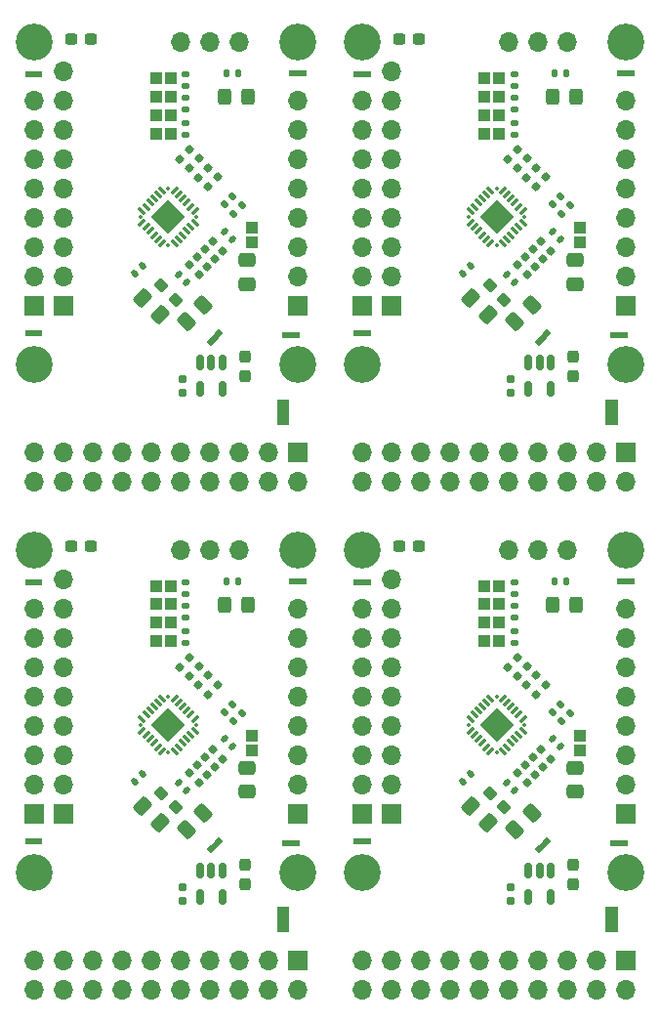
<source format=gts>
G04 #@! TF.GenerationSoftware,KiCad,Pcbnew,9.0.4*
G04 #@! TF.CreationDate,2025-08-20T18:38:41-04:00*
G04 #@! TF.ProjectId,jlc_pcba,6a6c635f-7063-4626-912e-6b696361645f,rev?*
G04 #@! TF.SameCoordinates,Original*
G04 #@! TF.FileFunction,Soldermask,Top*
G04 #@! TF.FilePolarity,Negative*
%FSLAX46Y46*%
G04 Gerber Fmt 4.6, Leading zero omitted, Abs format (unit mm)*
G04 Created by KiCad (PCBNEW 9.0.4) date 2025-08-20 18:38:41*
%MOMM*%
%LPD*%
G01*
G04 APERTURE LIST*
G04 Aperture macros list*
%AMRoundRect*
0 Rectangle with rounded corners*
0 $1 Rounding radius*
0 $2 $3 $4 $5 $6 $7 $8 $9 X,Y pos of 4 corners*
0 Add a 4 corners polygon primitive as box body*
4,1,4,$2,$3,$4,$5,$6,$7,$8,$9,$2,$3,0*
0 Add four circle primitives for the rounded corners*
1,1,$1+$1,$2,$3*
1,1,$1+$1,$4,$5*
1,1,$1+$1,$6,$7*
1,1,$1+$1,$8,$9*
0 Add four rect primitives between the rounded corners*
20,1,$1+$1,$2,$3,$4,$5,0*
20,1,$1+$1,$4,$5,$6,$7,0*
20,1,$1+$1,$6,$7,$8,$9,0*
20,1,$1+$1,$8,$9,$2,$3,0*%
%AMRotRect*
0 Rectangle, with rotation*
0 The origin of the aperture is its center*
0 $1 length*
0 $2 width*
0 $3 Rotation angle, in degrees counterclockwise*
0 Add horizontal line*
21,1,$1,$2,0,0,$3*%
G04 Aperture macros list end*
%ADD10C,0.010000*%
%ADD11C,0.000000*%
%ADD12RoundRect,0.160000X-0.026517X-0.252791X0.252791X0.026517X0.026517X0.252791X-0.252791X-0.026517X0*%
%ADD13RoundRect,0.140000X-0.219203X-0.021213X-0.021213X-0.219203X0.219203X0.021213X0.021213X0.219203X0*%
%ADD14RoundRect,0.062500X0.274004X-0.185616X-0.185616X0.274004X-0.274004X0.185616X0.185616X-0.274004X0*%
%ADD15RoundRect,0.062500X0.274004X0.185616X0.185616X0.274004X-0.274004X-0.185616X-0.185616X-0.274004X0*%
%ADD16RotRect,2.100000X2.100000X135.000000*%
%ADD17RoundRect,0.062500X0.088388X0.000000X0.000000X0.088388X-0.088388X0.000000X0.000000X-0.088388X0*%
%ADD18RoundRect,0.160000X-0.252791X0.026517X0.026517X-0.252791X0.252791X-0.026517X-0.026517X0.252791X0*%
%ADD19RoundRect,0.135000X-0.135000X-0.185000X0.135000X-0.185000X0.135000X0.185000X-0.135000X0.185000X0*%
%ADD20RoundRect,0.140000X-0.021213X0.219203X-0.219203X0.021213X0.021213X-0.219203X0.219203X-0.021213X0*%
%ADD21RoundRect,0.237500X0.380070X-0.044194X-0.044194X0.380070X-0.380070X0.044194X0.044194X-0.380070X0*%
%ADD22RoundRect,0.150000X-0.150000X0.512500X-0.150000X-0.512500X0.150000X-0.512500X0.150000X0.512500X0*%
%ADD23R,1.000000X1.000000*%
%ADD24RoundRect,0.135000X0.185000X-0.135000X0.185000X0.135000X-0.185000X0.135000X-0.185000X-0.135000X0*%
%ADD25RoundRect,0.250000X-0.475000X0.337500X-0.475000X-0.337500X0.475000X-0.337500X0.475000X0.337500X0*%
%ADD26RoundRect,0.135000X-0.185000X0.135000X-0.185000X-0.135000X0.185000X-0.135000X0.185000X0.135000X0*%
%ADD27RoundRect,0.135000X-0.035355X0.226274X-0.226274X0.035355X0.035355X-0.226274X0.226274X-0.035355X0*%
%ADD28RoundRect,0.237500X0.300000X0.237500X-0.300000X0.237500X-0.300000X-0.237500X0.300000X-0.237500X0*%
%ADD29RoundRect,0.250000X-0.574524X-0.097227X-0.097227X-0.574524X0.574524X0.097227X0.097227X0.574524X0*%
%ADD30RotRect,0.508000X0.508000X45.000000*%
%ADD31R,0.500000X0.508000*%
%ADD32R,0.508000X0.508000*%
%ADD33R,1.700000X1.700000*%
%ADD34O,1.700000X1.700000*%
%ADD35C,3.200000*%
%ADD36RoundRect,0.250000X-0.325000X-0.450000X0.325000X-0.450000X0.325000X0.450000X-0.325000X0.450000X0*%
%ADD37RoundRect,0.160000X-0.160000X0.197500X-0.160000X-0.197500X0.160000X-0.197500X0.160000X0.197500X0*%
%ADD38RoundRect,0.237500X0.237500X-0.300000X0.237500X0.300000X-0.237500X0.300000X-0.237500X-0.300000X0*%
%ADD39RoundRect,0.135000X0.035355X-0.226274X0.226274X-0.035355X-0.035355X0.226274X-0.226274X0.035355X0*%
%ADD40RoundRect,0.250000X-0.097227X0.574524X-0.574524X0.097227X0.097227X-0.574524X0.574524X-0.097227X0*%
G04 APERTURE END LIST*
G04 #@! TO.C,5V108*
D10*
X60085000Y-83872500D02*
X59085000Y-83872500D01*
X59085000Y-85982500D01*
X60085000Y-85982500D01*
X60085000Y-83872500D01*
G36*
X60085000Y-83872500D02*
G01*
X59085000Y-83872500D01*
X59085000Y-85982500D01*
X60085000Y-85982500D01*
X60085000Y-83872500D01*
G37*
D11*
G04 #@! TO.C,DOUT108*
G36*
X25578553Y-78538157D02*
G01*
X25230657Y-78886053D01*
X24871447Y-78526843D01*
X25219343Y-78178947D01*
X25578553Y-78538157D01*
G37*
G04 #@! TO.C,G118*
G36*
X61139000Y-55886500D02*
G01*
X60639000Y-55886500D01*
X60639000Y-55378500D01*
X61139000Y-55378500D01*
X61139000Y-55886500D01*
G37*
G04 #@! TO.C,E109*
G36*
X9779000Y-11986500D02*
G01*
X9279000Y-11986500D01*
X9279000Y-11478500D01*
X9779000Y-11478500D01*
X9779000Y-11986500D01*
G37*
G04 #@! TO.C,G117*
G36*
X32079000Y-34586500D02*
G01*
X31579000Y-34586500D01*
X31579000Y-34078500D01*
X32079000Y-34078500D01*
X32079000Y-34586500D01*
G37*
G04 #@! TO.C,DOUT108*
G36*
X54038553Y-34538157D02*
G01*
X53690657Y-34886053D01*
X53331447Y-34526843D01*
X53679343Y-34178947D01*
X54038553Y-34538157D01*
G37*
G36*
X54038553Y-78538157D02*
G01*
X53690657Y-78886053D01*
X53331447Y-78526843D01*
X53679343Y-78178947D01*
X54038553Y-78538157D01*
G37*
G04 #@! TO.C,5V108*
D10*
X31625000Y-39872500D02*
X30625000Y-39872500D01*
X30625000Y-41982500D01*
X31625000Y-41982500D01*
X31625000Y-39872500D01*
G36*
X31625000Y-39872500D02*
G01*
X30625000Y-39872500D01*
X30625000Y-41982500D01*
X31625000Y-41982500D01*
X31625000Y-39872500D01*
G37*
X60085000Y-39872500D02*
X59085000Y-39872500D01*
X59085000Y-41982500D01*
X60085000Y-41982500D01*
X60085000Y-39872500D01*
G36*
X60085000Y-39872500D02*
G01*
X59085000Y-39872500D01*
X59085000Y-41982500D01*
X60085000Y-41982500D01*
X60085000Y-39872500D01*
G37*
G04 #@! TO.C,G118*
G36*
X32679000Y-55886500D02*
G01*
X32179000Y-55886500D01*
X32179000Y-55378500D01*
X32679000Y-55378500D01*
X32679000Y-55886500D01*
G37*
G04 #@! TO.C,E108*
G36*
X38239000Y-78386500D02*
G01*
X37739000Y-78386500D01*
X37739000Y-77878500D01*
X38239000Y-77878500D01*
X38239000Y-78386500D01*
G37*
G36*
X9779000Y-34386500D02*
G01*
X9279000Y-34386500D01*
X9279000Y-33878500D01*
X9779000Y-33878500D01*
X9779000Y-34386500D01*
G37*
D11*
G04 #@! TO.C,DOUT108*
G36*
X25578553Y-34538157D02*
G01*
X25230657Y-34886053D01*
X24871447Y-34526843D01*
X25219343Y-34178947D01*
X25578553Y-34538157D01*
G37*
G04 #@! TO.C,E109*
G36*
X38239000Y-55986500D02*
G01*
X37739000Y-55986500D01*
X37739000Y-55478500D01*
X38239000Y-55478500D01*
X38239000Y-55986500D01*
G37*
G04 #@! TO.C,E108*
G36*
X38239000Y-34386500D02*
G01*
X37739000Y-34386500D01*
X37739000Y-33878500D01*
X38239000Y-33878500D01*
X38239000Y-34386500D01*
G37*
G04 #@! TO.C,G118*
G36*
X61139000Y-11886500D02*
G01*
X60639000Y-11886500D01*
X60639000Y-11378500D01*
X61139000Y-11378500D01*
X61139000Y-11886500D01*
G37*
G04 #@! TO.C,E109*
G36*
X38239000Y-11986500D02*
G01*
X37739000Y-11986500D01*
X37739000Y-11478500D01*
X38239000Y-11478500D01*
X38239000Y-11986500D01*
G37*
G04 #@! TO.C,G117*
G36*
X60539000Y-78586500D02*
G01*
X60039000Y-78586500D01*
X60039000Y-78078500D01*
X60539000Y-78078500D01*
X60539000Y-78586500D01*
G37*
G04 #@! TO.C,5V108*
D10*
X31625000Y-83872500D02*
X30625000Y-83872500D01*
X30625000Y-85982500D01*
X31625000Y-85982500D01*
X31625000Y-83872500D01*
G36*
X31625000Y-83872500D02*
G01*
X30625000Y-83872500D01*
X30625000Y-85982500D01*
X31625000Y-85982500D01*
X31625000Y-83872500D01*
G37*
G04 #@! TO.C,G117*
G36*
X60539000Y-34586500D02*
G01*
X60039000Y-34586500D01*
X60039000Y-34078500D01*
X60539000Y-34078500D01*
X60539000Y-34586500D01*
G37*
G04 #@! TO.C,E109*
G36*
X9779000Y-55986500D02*
G01*
X9279000Y-55986500D01*
X9279000Y-55478500D01*
X9779000Y-55478500D01*
X9779000Y-55986500D01*
G37*
G04 #@! TO.C,G117*
G36*
X32079000Y-78586500D02*
G01*
X31579000Y-78586500D01*
X31579000Y-78078500D01*
X32079000Y-78078500D01*
X32079000Y-78586500D01*
G37*
G04 #@! TO.C,E108*
G36*
X9779000Y-78386500D02*
G01*
X9279000Y-78386500D01*
X9279000Y-77878500D01*
X9779000Y-77878500D01*
X9779000Y-78386500D01*
G37*
G04 #@! TO.C,G118*
G36*
X32679000Y-11886500D02*
G01*
X32179000Y-11886500D01*
X32179000Y-11378500D01*
X32679000Y-11378500D01*
X32679000Y-11886500D01*
G37*
G04 #@! TD*
D12*
G04 #@! TO.C,R110*
X23047496Y-18210004D03*
X22202504Y-19054996D03*
G04 #@! TD*
D13*
G04 #@! TO.C,C116*
X22085589Y-73093089D03*
X22764411Y-73771911D03*
G04 #@! TD*
D14*
G04 #@! TO.C,TAC5212*
X50192005Y-70352725D03*
X50545559Y-69999172D03*
X50899112Y-69645618D03*
X51252665Y-69292065D03*
X51606219Y-68938512D03*
X51959772Y-68584958D03*
D15*
X51959772Y-67541976D03*
X51606219Y-67188422D03*
X51252665Y-66834869D03*
X50899112Y-66481316D03*
X50545559Y-66127762D03*
X50192005Y-65774209D03*
D14*
X49149023Y-65774209D03*
X48795469Y-66127762D03*
X48441916Y-66481316D03*
X48088363Y-66834869D03*
X47734809Y-67188422D03*
X47381256Y-67541976D03*
D15*
X47381256Y-68584958D03*
X47734809Y-68938512D03*
X48088363Y-69292065D03*
X48441916Y-69645618D03*
X48795469Y-69999172D03*
X49149023Y-70352725D03*
D16*
X49670514Y-68063467D03*
D17*
X49670514Y-70495914D03*
X52102961Y-68063467D03*
X49670514Y-65631020D03*
X47238067Y-68063467D03*
G04 #@! TD*
D18*
G04 #@! TO.C,R117*
X53665455Y-27715414D03*
X52820463Y-26870422D03*
G04 #@! TD*
D19*
G04 #@! TO.C,R126*
X26215000Y-55632500D03*
X27235000Y-55632500D03*
G04 #@! TD*
D12*
G04 #@! TO.C,R113*
X24647496Y-19810004D03*
X23802504Y-20654996D03*
G04 #@! TD*
D20*
G04 #@! TO.C,C109*
X47424411Y-72293089D03*
X46745589Y-72971911D03*
G04 #@! TD*
D21*
G04 #@! TO.C,C119*
X21834880Y-75242380D03*
X20615120Y-74022620D03*
G04 #@! TD*
D13*
G04 #@! TO.C,C112*
X54545589Y-69293089D03*
X55224411Y-69971911D03*
G04 #@! TD*
D12*
G04 #@! TO.C,R114*
X53907496Y-64610004D03*
X53062504Y-65454996D03*
G04 #@! TD*
D22*
G04 #@! TO.C,U108*
X54335000Y-36695000D03*
X53385000Y-36695000D03*
X52435000Y-36695000D03*
X52435000Y-38970000D03*
X54335000Y-38970000D03*
G04 #@! TD*
D23*
G04 #@! TO.C,ADD112*
X49885000Y-15232500D03*
X48585000Y-15232500D03*
G04 #@! TD*
D18*
G04 #@! TO.C,R119*
X52321952Y-29058917D03*
X51476960Y-28213925D03*
G04 #@! TD*
D23*
G04 #@! TO.C,ADD111*
X21425000Y-56032500D03*
X20125000Y-56032500D03*
G04 #@! TD*
D12*
G04 #@! TO.C,R110*
X51507496Y-62210004D03*
X50662504Y-63054996D03*
G04 #@! TD*
G04 #@! TO.C,R114*
X53907496Y-20610004D03*
X53062504Y-21454996D03*
G04 #@! TD*
G04 #@! TO.C,R112*
X23847496Y-63010004D03*
X23002504Y-63854996D03*
G04 #@! TD*
D18*
G04 #@! TO.C,R115*
X52993704Y-72387166D03*
X52148712Y-71542174D03*
G04 #@! TD*
D24*
G04 #@! TO.C,R123*
X51185000Y-12742500D03*
X51185000Y-11722500D03*
G04 #@! TD*
D12*
G04 #@! TO.C,R112*
X52307496Y-19010004D03*
X51462504Y-19854996D03*
G04 #@! TD*
D25*
G04 #@! TO.C,C111*
X56485000Y-71795000D03*
X56485000Y-73870000D03*
G04 #@! TD*
D23*
G04 #@! TO.C,ADD111*
X21425000Y-12032500D03*
X20125000Y-12032500D03*
G04 #@! TD*
D26*
G04 #@! TO.C,R124*
X51185000Y-15922500D03*
X51185000Y-16942500D03*
G04 #@! TD*
D21*
G04 #@! TO.C,C119*
X50294880Y-31242380D03*
X49075120Y-30022620D03*
G04 #@! TD*
D23*
G04 #@! TO.C,ADD111*
X49885000Y-12032500D03*
X48585000Y-12032500D03*
G04 #@! TD*
D18*
G04 #@! TO.C,R118*
X25877207Y-71043663D03*
X25032215Y-70198671D03*
G04 #@! TD*
D25*
G04 #@! TO.C,C111*
X56485000Y-27795000D03*
X56485000Y-29870000D03*
G04 #@! TD*
D27*
G04 #@! TO.C,R120*
X26785624Y-66271876D03*
X26064376Y-66993124D03*
G04 #@! TD*
D28*
G04 #@! TO.C,C118*
X42947500Y-8632500D03*
X41222500Y-8632500D03*
G04 #@! TD*
D27*
G04 #@! TO.C,R120*
X55245624Y-66271876D03*
X54524376Y-66993124D03*
G04 #@! TD*
D29*
G04 #@! TO.C,C108*
X47451377Y-31098877D03*
X48918623Y-32566123D03*
G04 #@! TD*
D28*
G04 #@! TO.C,C118*
X14487500Y-8632500D03*
X12762500Y-8632500D03*
G04 #@! TD*
D30*
G04 #@! TO.C,DOUT108*
X25578553Y-78178947D03*
X24871447Y-78886053D03*
G04 #@! TD*
D23*
G04 #@! TO.C,ADD112*
X21425000Y-59232500D03*
X20125000Y-59232500D03*
G04 #@! TD*
D31*
G04 #@! TO.C,G118*
X61389000Y-55632500D03*
D32*
X60385000Y-55632500D03*
G04 #@! TD*
D23*
G04 #@! TO.C,ADD108*
X49885000Y-16832500D03*
X48585000Y-16832500D03*
G04 #@! TD*
G04 #@! TO.C,ADD110*
X21425000Y-13632500D03*
X20125000Y-13632500D03*
G04 #@! TD*
D29*
G04 #@! TO.C,C108*
X18991377Y-75098877D03*
X20458623Y-76566123D03*
G04 #@! TD*
D33*
G04 #@! TO.C,board_outline108*
X32425000Y-44495000D03*
D34*
X32425000Y-47035000D03*
X29885000Y-44495000D03*
X29885000Y-47035000D03*
X27345000Y-44495000D03*
X27345000Y-47035000D03*
X24805000Y-44495000D03*
X24805000Y-47035000D03*
X22265000Y-44495000D03*
X22265000Y-47035000D03*
X19725000Y-44495000D03*
X19725000Y-47035000D03*
X17185000Y-44495000D03*
X17185000Y-47035000D03*
X14645000Y-44495000D03*
X14645000Y-47035000D03*
X12105000Y-44495000D03*
X12105000Y-47035000D03*
X9565000Y-44495000D03*
X9565000Y-47035000D03*
D33*
X12110000Y-31785000D03*
X9570000Y-31785000D03*
D34*
X12110000Y-29245000D03*
X9570000Y-29245000D03*
X12110000Y-26705000D03*
X9570000Y-26705000D03*
X12110000Y-24165000D03*
X9570000Y-24165000D03*
X12110000Y-21625000D03*
X9570000Y-21625000D03*
X12110000Y-19085000D03*
X9570000Y-19085000D03*
X12110000Y-16545000D03*
X9570000Y-16545000D03*
X12110000Y-14005000D03*
X9570000Y-14005000D03*
D33*
X32430000Y-31785000D03*
D34*
X32430000Y-29245000D03*
X32430000Y-26705000D03*
X32430000Y-24165000D03*
X32430000Y-21625000D03*
X32430000Y-19085000D03*
X32430000Y-16545000D03*
X32430000Y-14005000D03*
X27350000Y-8940000D03*
X24810000Y-8940000D03*
X22270000Y-8940000D03*
X12110000Y-11480000D03*
D35*
X9570000Y-36880000D03*
X9570000Y-8940000D03*
X32430000Y-36880000D03*
X32430000Y-8940000D03*
G04 #@! TD*
D23*
G04 #@! TO.C,PU_EN108*
X56885000Y-70282500D03*
X56885000Y-68982500D03*
G04 #@! TD*
D36*
G04 #@! TO.C,D116*
X26075000Y-57657500D03*
X28125000Y-57657500D03*
G04 #@! TD*
D19*
G04 #@! TO.C,R126*
X54675000Y-11632500D03*
X55695000Y-11632500D03*
G04 #@! TD*
D29*
G04 #@! TO.C,C108*
X18991377Y-31098877D03*
X20458623Y-32566123D03*
G04 #@! TD*
D18*
G04 #@! TO.C,R118*
X54337207Y-27043663D03*
X53492215Y-26198671D03*
G04 #@! TD*
D24*
G04 #@! TO.C,R123*
X51185000Y-56742500D03*
X51185000Y-55722500D03*
G04 #@! TD*
D18*
G04 #@! TO.C,R118*
X25877207Y-27043663D03*
X25032215Y-26198671D03*
G04 #@! TD*
D37*
G04 #@! TO.C,R125*
X50885000Y-83330000D03*
X50885000Y-82135000D03*
G04 #@! TD*
D18*
G04 #@! TO.C,R115*
X24533704Y-72387166D03*
X23688712Y-71542174D03*
G04 #@! TD*
D23*
G04 #@! TO.C,ADD108*
X21425000Y-16832500D03*
X20125000Y-16832500D03*
G04 #@! TD*
D38*
G04 #@! TO.C,C128*
X27825000Y-81895000D03*
X27825000Y-80170000D03*
G04 #@! TD*
D19*
G04 #@! TO.C,R126*
X26215000Y-11632500D03*
X27235000Y-11632500D03*
G04 #@! TD*
D24*
G04 #@! TO.C,R123*
X22725000Y-56742500D03*
X22725000Y-55722500D03*
G04 #@! TD*
D27*
G04 #@! TO.C,R120*
X55245624Y-22271876D03*
X54524376Y-22993124D03*
G04 #@! TD*
D39*
G04 #@! TO.C,R121*
X55324376Y-23793124D03*
X56045624Y-23071876D03*
G04 #@! TD*
D20*
G04 #@! TO.C,C109*
X18964411Y-28293089D03*
X18285589Y-28971911D03*
G04 #@! TD*
D28*
G04 #@! TO.C,C118*
X14487500Y-52632500D03*
X12762500Y-52632500D03*
G04 #@! TD*
D12*
G04 #@! TO.C,R114*
X25447496Y-20610004D03*
X24602504Y-21454996D03*
G04 #@! TD*
D38*
G04 #@! TO.C,C128*
X27825000Y-37895000D03*
X27825000Y-36170000D03*
G04 #@! TD*
D19*
G04 #@! TO.C,R126*
X54675000Y-55632500D03*
X55695000Y-55632500D03*
G04 #@! TD*
D31*
G04 #@! TO.C,E109*
X10029000Y-11732500D03*
D32*
X9025000Y-11732500D03*
G04 #@! TD*
D38*
G04 #@! TO.C,C128*
X56285000Y-81895000D03*
X56285000Y-80170000D03*
G04 #@! TD*
D23*
G04 #@! TO.C,ADD112*
X21425000Y-15232500D03*
X20125000Y-15232500D03*
G04 #@! TD*
D18*
G04 #@! TO.C,R119*
X52321952Y-73058917D03*
X51476960Y-72213925D03*
G04 #@! TD*
G04 #@! TO.C,R117*
X25205455Y-71715414D03*
X24360463Y-70870422D03*
G04 #@! TD*
D13*
G04 #@! TO.C,C116*
X22085589Y-29093089D03*
X22764411Y-29771911D03*
G04 #@! TD*
D37*
G04 #@! TO.C,R125*
X22425000Y-39330000D03*
X22425000Y-38135000D03*
G04 #@! TD*
D38*
G04 #@! TO.C,C128*
X56285000Y-37895000D03*
X56285000Y-36170000D03*
G04 #@! TD*
D13*
G04 #@! TO.C,C116*
X50545589Y-73093089D03*
X51224411Y-73771911D03*
G04 #@! TD*
D23*
G04 #@! TO.C,ADD110*
X49885000Y-57632500D03*
X48585000Y-57632500D03*
G04 #@! TD*
D31*
G04 #@! TO.C,G117*
X32329000Y-34332500D03*
D32*
X31325000Y-34332500D03*
G04 #@! TD*
D26*
G04 #@! TO.C,R124*
X22725000Y-15922500D03*
X22725000Y-16942500D03*
G04 #@! TD*
D14*
G04 #@! TO.C,TAC5212*
X50192005Y-26352725D03*
X50545559Y-25999172D03*
X50899112Y-25645618D03*
X51252665Y-25292065D03*
X51606219Y-24938512D03*
X51959772Y-24584958D03*
D15*
X51959772Y-23541976D03*
X51606219Y-23188422D03*
X51252665Y-22834869D03*
X50899112Y-22481316D03*
X50545559Y-22127762D03*
X50192005Y-21774209D03*
D14*
X49149023Y-21774209D03*
X48795469Y-22127762D03*
X48441916Y-22481316D03*
X48088363Y-22834869D03*
X47734809Y-23188422D03*
X47381256Y-23541976D03*
D15*
X47381256Y-24584958D03*
X47734809Y-24938512D03*
X48088363Y-25292065D03*
X48441916Y-25645618D03*
X48795469Y-25999172D03*
X49149023Y-26352725D03*
D16*
X49670514Y-24063467D03*
D17*
X49670514Y-26495914D03*
X52102961Y-24063467D03*
X49670514Y-21631020D03*
X47238067Y-24063467D03*
G04 #@! TD*
D20*
G04 #@! TO.C,C109*
X18964411Y-72293089D03*
X18285589Y-72971911D03*
G04 #@! TD*
D18*
G04 #@! TO.C,R118*
X54337207Y-71043663D03*
X53492215Y-70198671D03*
G04 #@! TD*
D36*
G04 #@! TO.C,D116*
X26075000Y-13657500D03*
X28125000Y-13657500D03*
G04 #@! TD*
D12*
G04 #@! TO.C,R110*
X23047496Y-62210004D03*
X22202504Y-63054996D03*
G04 #@! TD*
D21*
G04 #@! TO.C,C119*
X21834880Y-31242380D03*
X20615120Y-30022620D03*
G04 #@! TD*
D13*
G04 #@! TO.C,C112*
X26085589Y-25293089D03*
X26764411Y-25971911D03*
G04 #@! TD*
D26*
G04 #@! TO.C,R124*
X22725000Y-59922500D03*
X22725000Y-60942500D03*
G04 #@! TD*
D30*
G04 #@! TO.C,DOUT108*
X54038553Y-34178947D03*
X53331447Y-34886053D03*
G04 #@! TD*
D37*
G04 #@! TO.C,R125*
X50885000Y-39330000D03*
X50885000Y-38135000D03*
G04 #@! TD*
D18*
G04 #@! TO.C,R117*
X53665455Y-71715414D03*
X52820463Y-70870422D03*
G04 #@! TD*
D37*
G04 #@! TO.C,R125*
X22425000Y-83330000D03*
X22425000Y-82135000D03*
G04 #@! TD*
D30*
G04 #@! TO.C,DOUT108*
X54038553Y-78178947D03*
X53331447Y-78886053D03*
G04 #@! TD*
D12*
G04 #@! TO.C,R113*
X53107496Y-63810004D03*
X52262504Y-64654996D03*
G04 #@! TD*
D22*
G04 #@! TO.C,U108*
X25875000Y-36695000D03*
X24925000Y-36695000D03*
X23975000Y-36695000D03*
X23975000Y-38970000D03*
X25875000Y-38970000D03*
G04 #@! TD*
D39*
G04 #@! TO.C,R121*
X26864376Y-67793124D03*
X27585624Y-67071876D03*
G04 #@! TD*
D36*
G04 #@! TO.C,D116*
X54535000Y-57657500D03*
X56585000Y-57657500D03*
G04 #@! TD*
D14*
G04 #@! TO.C,TAC5212*
X21732005Y-26352725D03*
X22085559Y-25999172D03*
X22439112Y-25645618D03*
X22792665Y-25292065D03*
X23146219Y-24938512D03*
X23499772Y-24584958D03*
D15*
X23499772Y-23541976D03*
X23146219Y-23188422D03*
X22792665Y-22834869D03*
X22439112Y-22481316D03*
X22085559Y-22127762D03*
X21732005Y-21774209D03*
D14*
X20689023Y-21774209D03*
X20335469Y-22127762D03*
X19981916Y-22481316D03*
X19628363Y-22834869D03*
X19274809Y-23188422D03*
X18921256Y-23541976D03*
D15*
X18921256Y-24584958D03*
X19274809Y-24938512D03*
X19628363Y-25292065D03*
X19981916Y-25645618D03*
X20335469Y-25999172D03*
X20689023Y-26352725D03*
D16*
X21210514Y-24063467D03*
D17*
X21210514Y-26495914D03*
X23642961Y-24063467D03*
X21210514Y-21631020D03*
X18778067Y-24063467D03*
G04 #@! TD*
D12*
G04 #@! TO.C,R112*
X23847496Y-19010004D03*
X23002504Y-19854996D03*
G04 #@! TD*
D36*
G04 #@! TO.C,D116*
X54535000Y-13657500D03*
X56585000Y-13657500D03*
G04 #@! TD*
D12*
G04 #@! TO.C,R113*
X24647496Y-63810004D03*
X23802504Y-64654996D03*
G04 #@! TD*
D28*
G04 #@! TO.C,C118*
X42947500Y-52632500D03*
X41222500Y-52632500D03*
G04 #@! TD*
D26*
G04 #@! TO.C,R122*
X22725000Y-57722500D03*
X22725000Y-58742500D03*
G04 #@! TD*
D18*
G04 #@! TO.C,R119*
X23861952Y-73058917D03*
X23016960Y-72213925D03*
G04 #@! TD*
D33*
G04 #@! TO.C,board_outline108*
X60885000Y-88495000D03*
D34*
X60885000Y-91035000D03*
X58345000Y-88495000D03*
X58345000Y-91035000D03*
X55805000Y-88495000D03*
X55805000Y-91035000D03*
X53265000Y-88495000D03*
X53265000Y-91035000D03*
X50725000Y-88495000D03*
X50725000Y-91035000D03*
X48185000Y-88495000D03*
X48185000Y-91035000D03*
X45645000Y-88495000D03*
X45645000Y-91035000D03*
X43105000Y-88495000D03*
X43105000Y-91035000D03*
X40565000Y-88495000D03*
X40565000Y-91035000D03*
X38025000Y-88495000D03*
X38025000Y-91035000D03*
D33*
X40570000Y-75785000D03*
X38030000Y-75785000D03*
D34*
X40570000Y-73245000D03*
X38030000Y-73245000D03*
X40570000Y-70705000D03*
X38030000Y-70705000D03*
X40570000Y-68165000D03*
X38030000Y-68165000D03*
X40570000Y-65625000D03*
X38030000Y-65625000D03*
X40570000Y-63085000D03*
X38030000Y-63085000D03*
X40570000Y-60545000D03*
X38030000Y-60545000D03*
X40570000Y-58005000D03*
X38030000Y-58005000D03*
D33*
X60890000Y-75785000D03*
D34*
X60890000Y-73245000D03*
X60890000Y-70705000D03*
X60890000Y-68165000D03*
X60890000Y-65625000D03*
X60890000Y-63085000D03*
X60890000Y-60545000D03*
X60890000Y-58005000D03*
X55810000Y-52940000D03*
X53270000Y-52940000D03*
X50730000Y-52940000D03*
X40570000Y-55480000D03*
D35*
X38030000Y-80880000D03*
X38030000Y-52940000D03*
X60890000Y-80880000D03*
X60890000Y-52940000D03*
G04 #@! TD*
D24*
G04 #@! TO.C,R123*
X22725000Y-12742500D03*
X22725000Y-11722500D03*
G04 #@! TD*
D31*
G04 #@! TO.C,G118*
X32929000Y-55632500D03*
D32*
X31925000Y-55632500D03*
G04 #@! TD*
D23*
G04 #@! TO.C,ADD108*
X49885000Y-60832500D03*
X48585000Y-60832500D03*
G04 #@! TD*
D12*
G04 #@! TO.C,R110*
X51507496Y-18210004D03*
X50662504Y-19054996D03*
G04 #@! TD*
D26*
G04 #@! TO.C,R122*
X51185000Y-57722500D03*
X51185000Y-58742500D03*
G04 #@! TD*
D31*
G04 #@! TO.C,E108*
X38489000Y-78132500D03*
D32*
X37485000Y-78132500D03*
G04 #@! TD*
D18*
G04 #@! TO.C,R117*
X25205455Y-27715414D03*
X24360463Y-26870422D03*
G04 #@! TD*
D39*
G04 #@! TO.C,R121*
X26864376Y-23793124D03*
X27585624Y-23071876D03*
G04 #@! TD*
D26*
G04 #@! TO.C,R122*
X51185000Y-13722500D03*
X51185000Y-14742500D03*
G04 #@! TD*
D23*
G04 #@! TO.C,ADD112*
X49885000Y-59232500D03*
X48585000Y-59232500D03*
G04 #@! TD*
D12*
G04 #@! TO.C,R114*
X25447496Y-64610004D03*
X24602504Y-65454996D03*
G04 #@! TD*
D31*
G04 #@! TO.C,E108*
X10029000Y-34132500D03*
D32*
X9025000Y-34132500D03*
G04 #@! TD*
D30*
G04 #@! TO.C,DOUT108*
X25578553Y-34178947D03*
X24871447Y-34886053D03*
G04 #@! TD*
D31*
G04 #@! TO.C,E109*
X38489000Y-55732500D03*
D32*
X37485000Y-55732500D03*
G04 #@! TD*
D12*
G04 #@! TO.C,R112*
X52307496Y-63010004D03*
X51462504Y-63854996D03*
G04 #@! TD*
D29*
G04 #@! TO.C,C108*
X47451377Y-75098877D03*
X48918623Y-76566123D03*
G04 #@! TD*
D33*
G04 #@! TO.C,board_outline108*
X60885000Y-44495000D03*
D34*
X60885000Y-47035000D03*
X58345000Y-44495000D03*
X58345000Y-47035000D03*
X55805000Y-44495000D03*
X55805000Y-47035000D03*
X53265000Y-44495000D03*
X53265000Y-47035000D03*
X50725000Y-44495000D03*
X50725000Y-47035000D03*
X48185000Y-44495000D03*
X48185000Y-47035000D03*
X45645000Y-44495000D03*
X45645000Y-47035000D03*
X43105000Y-44495000D03*
X43105000Y-47035000D03*
X40565000Y-44495000D03*
X40565000Y-47035000D03*
X38025000Y-44495000D03*
X38025000Y-47035000D03*
D33*
X40570000Y-31785000D03*
X38030000Y-31785000D03*
D34*
X40570000Y-29245000D03*
X38030000Y-29245000D03*
X40570000Y-26705000D03*
X38030000Y-26705000D03*
X40570000Y-24165000D03*
X38030000Y-24165000D03*
X40570000Y-21625000D03*
X38030000Y-21625000D03*
X40570000Y-19085000D03*
X38030000Y-19085000D03*
X40570000Y-16545000D03*
X38030000Y-16545000D03*
X40570000Y-14005000D03*
X38030000Y-14005000D03*
D33*
X60890000Y-31785000D03*
D34*
X60890000Y-29245000D03*
X60890000Y-26705000D03*
X60890000Y-24165000D03*
X60890000Y-21625000D03*
X60890000Y-19085000D03*
X60890000Y-16545000D03*
X60890000Y-14005000D03*
X55810000Y-8940000D03*
X53270000Y-8940000D03*
X50730000Y-8940000D03*
X40570000Y-11480000D03*
D35*
X38030000Y-36880000D03*
X38030000Y-8940000D03*
X60890000Y-36880000D03*
X60890000Y-8940000D03*
G04 #@! TD*
D40*
G04 #@! TO.C,C115*
X24258623Y-31698877D03*
X22791377Y-33166123D03*
G04 #@! TD*
D25*
G04 #@! TO.C,C111*
X28025000Y-71795000D03*
X28025000Y-73870000D03*
G04 #@! TD*
D40*
G04 #@! TO.C,C115*
X24258623Y-75698877D03*
X22791377Y-77166123D03*
G04 #@! TD*
D18*
G04 #@! TO.C,R115*
X52993704Y-28387166D03*
X52148712Y-27542174D03*
G04 #@! TD*
D23*
G04 #@! TO.C,ADD111*
X49885000Y-56032500D03*
X48585000Y-56032500D03*
G04 #@! TD*
D40*
G04 #@! TO.C,C115*
X52718623Y-75698877D03*
X51251377Y-77166123D03*
G04 #@! TD*
D22*
G04 #@! TO.C,U108*
X54335000Y-80695000D03*
X53385000Y-80695000D03*
X52435000Y-80695000D03*
X52435000Y-82970000D03*
X54335000Y-82970000D03*
G04 #@! TD*
D31*
G04 #@! TO.C,E108*
X38489000Y-34132500D03*
D32*
X37485000Y-34132500D03*
G04 #@! TD*
D31*
G04 #@! TO.C,G118*
X61389000Y-11632500D03*
D32*
X60385000Y-11632500D03*
G04 #@! TD*
D27*
G04 #@! TO.C,R120*
X26785624Y-22271876D03*
X26064376Y-22993124D03*
G04 #@! TD*
D13*
G04 #@! TO.C,C112*
X54545589Y-25293089D03*
X55224411Y-25971911D03*
G04 #@! TD*
D23*
G04 #@! TO.C,ADD110*
X49885000Y-13632500D03*
X48585000Y-13632500D03*
G04 #@! TD*
D40*
G04 #@! TO.C,C115*
X52718623Y-31698877D03*
X51251377Y-33166123D03*
G04 #@! TD*
D13*
G04 #@! TO.C,C112*
X26085589Y-69293089D03*
X26764411Y-69971911D03*
G04 #@! TD*
D23*
G04 #@! TO.C,ADD110*
X21425000Y-57632500D03*
X20125000Y-57632500D03*
G04 #@! TD*
D39*
G04 #@! TO.C,R121*
X55324376Y-67793124D03*
X56045624Y-67071876D03*
G04 #@! TD*
D31*
G04 #@! TO.C,E109*
X38489000Y-11732500D03*
D32*
X37485000Y-11732500D03*
G04 #@! TD*
D18*
G04 #@! TO.C,R115*
X24533704Y-28387166D03*
X23688712Y-27542174D03*
G04 #@! TD*
D31*
G04 #@! TO.C,G117*
X60789000Y-78332500D03*
D32*
X59785000Y-78332500D03*
G04 #@! TD*
D13*
G04 #@! TO.C,C116*
X50545589Y-29093089D03*
X51224411Y-29771911D03*
G04 #@! TD*
D14*
G04 #@! TO.C,TAC5212*
X21732005Y-70352725D03*
X22085559Y-69999172D03*
X22439112Y-69645618D03*
X22792665Y-69292065D03*
X23146219Y-68938512D03*
X23499772Y-68584958D03*
D15*
X23499772Y-67541976D03*
X23146219Y-67188422D03*
X22792665Y-66834869D03*
X22439112Y-66481316D03*
X22085559Y-66127762D03*
X21732005Y-65774209D03*
D14*
X20689023Y-65774209D03*
X20335469Y-66127762D03*
X19981916Y-66481316D03*
X19628363Y-66834869D03*
X19274809Y-67188422D03*
X18921256Y-67541976D03*
D15*
X18921256Y-68584958D03*
X19274809Y-68938512D03*
X19628363Y-69292065D03*
X19981916Y-69645618D03*
X20335469Y-69999172D03*
X20689023Y-70352725D03*
D16*
X21210514Y-68063467D03*
D17*
X21210514Y-70495914D03*
X23642961Y-68063467D03*
X21210514Y-65631020D03*
X18778067Y-68063467D03*
G04 #@! TD*
D23*
G04 #@! TO.C,PU_EN108*
X28425000Y-26282500D03*
X28425000Y-24982500D03*
G04 #@! TD*
D22*
G04 #@! TO.C,U108*
X25875000Y-80695000D03*
X24925000Y-80695000D03*
X23975000Y-80695000D03*
X23975000Y-82970000D03*
X25875000Y-82970000D03*
G04 #@! TD*
D23*
G04 #@! TO.C,PU_EN108*
X28425000Y-70282500D03*
X28425000Y-68982500D03*
G04 #@! TD*
D25*
G04 #@! TO.C,C111*
X28025000Y-27795000D03*
X28025000Y-29870000D03*
G04 #@! TD*
D33*
G04 #@! TO.C,board_outline108*
X32425000Y-88495000D03*
D34*
X32425000Y-91035000D03*
X29885000Y-88495000D03*
X29885000Y-91035000D03*
X27345000Y-88495000D03*
X27345000Y-91035000D03*
X24805000Y-88495000D03*
X24805000Y-91035000D03*
X22265000Y-88495000D03*
X22265000Y-91035000D03*
X19725000Y-88495000D03*
X19725000Y-91035000D03*
X17185000Y-88495000D03*
X17185000Y-91035000D03*
X14645000Y-88495000D03*
X14645000Y-91035000D03*
X12105000Y-88495000D03*
X12105000Y-91035000D03*
X9565000Y-88495000D03*
X9565000Y-91035000D03*
D33*
X12110000Y-75785000D03*
X9570000Y-75785000D03*
D34*
X12110000Y-73245000D03*
X9570000Y-73245000D03*
X12110000Y-70705000D03*
X9570000Y-70705000D03*
X12110000Y-68165000D03*
X9570000Y-68165000D03*
X12110000Y-65625000D03*
X9570000Y-65625000D03*
X12110000Y-63085000D03*
X9570000Y-63085000D03*
X12110000Y-60545000D03*
X9570000Y-60545000D03*
X12110000Y-58005000D03*
X9570000Y-58005000D03*
D33*
X32430000Y-75785000D03*
D34*
X32430000Y-73245000D03*
X32430000Y-70705000D03*
X32430000Y-68165000D03*
X32430000Y-65625000D03*
X32430000Y-63085000D03*
X32430000Y-60545000D03*
X32430000Y-58005000D03*
X27350000Y-52940000D03*
X24810000Y-52940000D03*
X22270000Y-52940000D03*
X12110000Y-55480000D03*
D35*
X9570000Y-80880000D03*
X9570000Y-52940000D03*
X32430000Y-80880000D03*
X32430000Y-52940000D03*
G04 #@! TD*
D26*
G04 #@! TO.C,R124*
X51185000Y-59922500D03*
X51185000Y-60942500D03*
G04 #@! TD*
D31*
G04 #@! TO.C,G117*
X60789000Y-34332500D03*
D32*
X59785000Y-34332500D03*
G04 #@! TD*
D21*
G04 #@! TO.C,C119*
X50294880Y-75242380D03*
X49075120Y-74022620D03*
G04 #@! TD*
D31*
G04 #@! TO.C,E109*
X10029000Y-55732500D03*
D32*
X9025000Y-55732500D03*
G04 #@! TD*
D23*
G04 #@! TO.C,PU_EN108*
X56885000Y-26282500D03*
X56885000Y-24982500D03*
G04 #@! TD*
D20*
G04 #@! TO.C,C109*
X47424411Y-28293089D03*
X46745589Y-28971911D03*
G04 #@! TD*
D26*
G04 #@! TO.C,R122*
X22725000Y-13722500D03*
X22725000Y-14742500D03*
G04 #@! TD*
D31*
G04 #@! TO.C,G117*
X32329000Y-78332500D03*
D32*
X31325000Y-78332500D03*
G04 #@! TD*
D31*
G04 #@! TO.C,E108*
X10029000Y-78132500D03*
D32*
X9025000Y-78132500D03*
G04 #@! TD*
D18*
G04 #@! TO.C,R119*
X23861952Y-29058917D03*
X23016960Y-28213925D03*
G04 #@! TD*
D23*
G04 #@! TO.C,ADD108*
X21425000Y-60832500D03*
X20125000Y-60832500D03*
G04 #@! TD*
D12*
G04 #@! TO.C,R113*
X53107496Y-19810004D03*
X52262504Y-20654996D03*
G04 #@! TD*
D31*
G04 #@! TO.C,G118*
X32929000Y-11632500D03*
D32*
X31925000Y-11632500D03*
G04 #@! TD*
M02*

</source>
